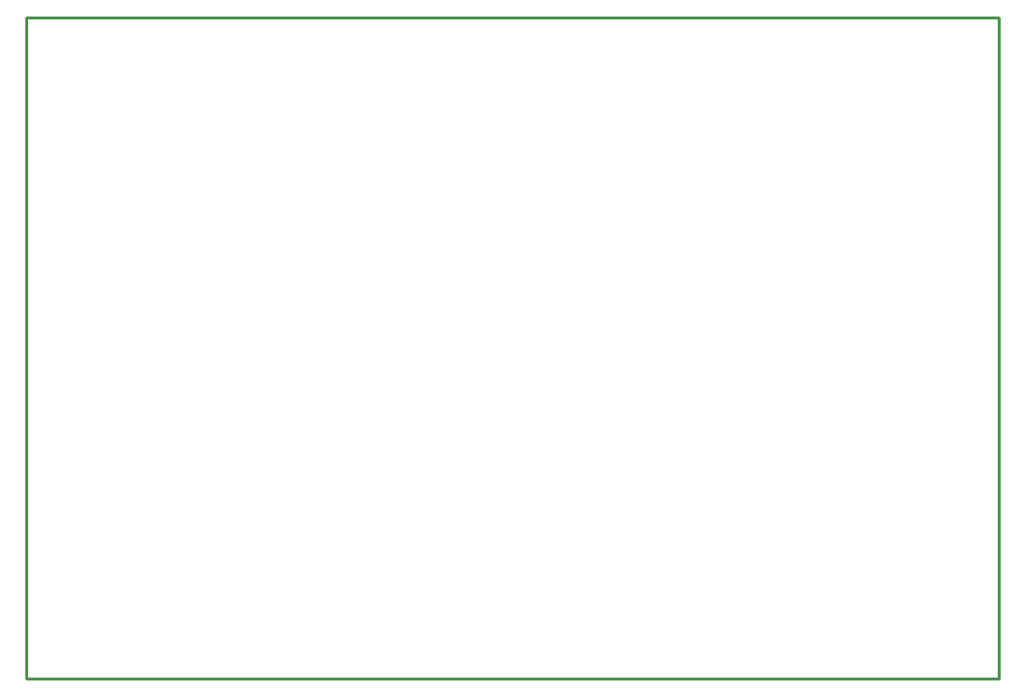
<source format=gko>
G04 Layer: BoardOutlineLayer*
G04 EasyEDA v6.5.12, 2022-08-13 19:42:35*
G04 9ce99227bc0a4aedad01d0d7efa1a16d,d2a3e1526f234093adc7d0cc0e5670ed,10*
G04 Gerber Generator version 0.2*
G04 Scale: 100 percent, Rotated: No, Reflected: No *
G04 Dimensions in millimeters *
G04 leading zeros omitted , absolute positions ,4 integer and 5 decimal *
%FSLAX45Y45*%
%MOMM*%

%ADD10C,0.2540*%
D10*
X5295900Y8750300D02*
G01*
X5295900Y10109200D01*
X13766800Y10109200D01*
X13766800Y4350257D01*
X5295900Y4350257D01*
X5295900Y8750300D01*

%LPD*%
M02*

</source>
